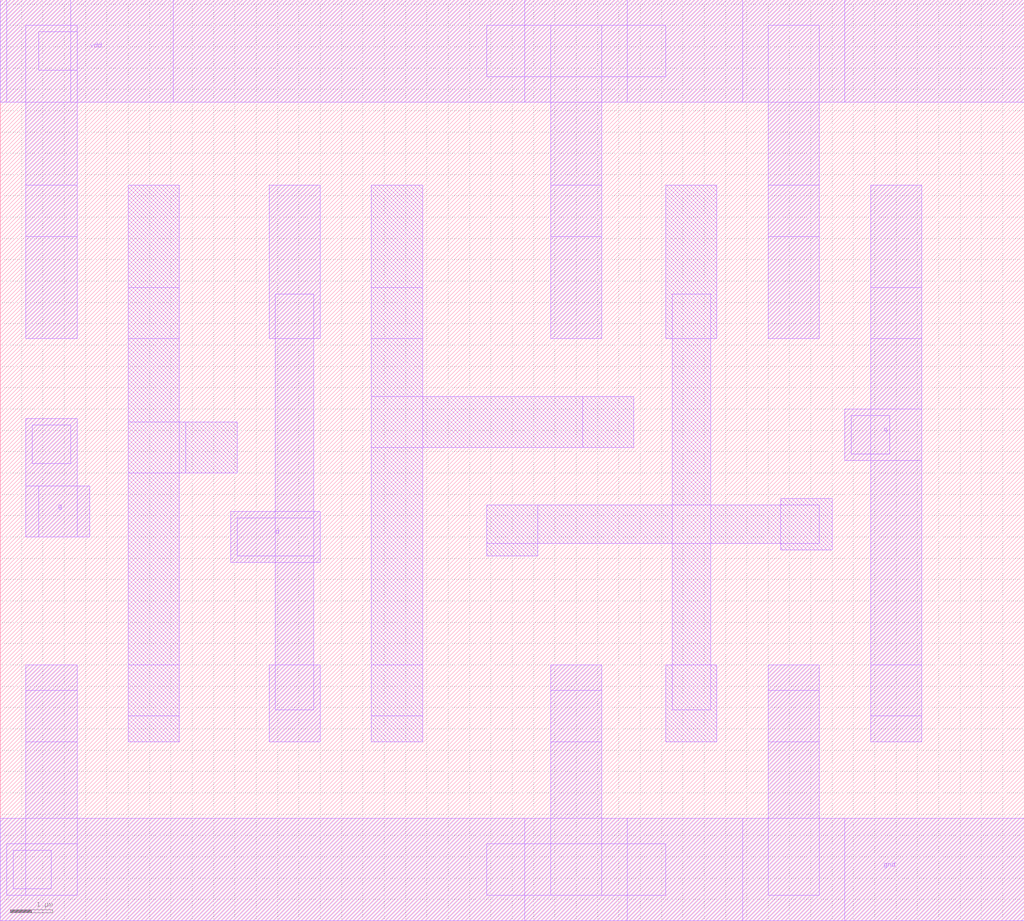
<source format=lef>
MACRO stdh_wellfill
  FOREIGN stdh_wellfill ;
  SIZE 2.4 BY 21.6 ;
  SITE stdh_wellfill ;
  SYMMETRY X Y ;

END stdh_wellfill

MACRO stdh_inv
  FOREIGN stdh_inv ;
  SIZE 4.8 BY 21.6 ;
  SITE stdh_inv ;
  SYMMETRY X Y ;
  PIN a
    DIRECTION INPUT ;
    PORT
    LAYER METAL1 ;
    RECT 0.75 12.45 1.65 13.35 ;
    LAYER METAL1 ;
    RECT 0.9 10.05 2.1 11.25 ;
    LAYER METAL1 ;
    RECT 0.6 10.05 1.8 13.5 ;
    RECT 0.6 10.05 2.1 11.25 ;
    END
  END a

  PIN gnd
    USE GROUND ;
    PORT
    LAYER METAL1 ;
    RECT 0.75 0.75 1.65 1.65 ;
    LAYER METAL1 ;
    RECT 0.6 3.6 1.8 5.4 ;
    LAYER METAL1 ;
    RECT 0.6 0.6 4.2 1.8 ;
    LAYER METAL1 ;
    RECT 0.6 0.6 1.8 5.1 ;
    RECT 0 0 2.4 2.4 ;
    LAYER METAL1 ;
    RECT 0 0 4.8 2.4 ;
    RECT 0 0 2.4 2.4 ;
    END
  END gnd

  PIN vdd
    USE POWER ;
    PORT
    LAYER METAL1 ;
    RECT 0.75 19.95 1.65 20.85 ;
    LAYER METAL1 ;
    RECT 0.6 14.7 1.8 18.3 ;
    LAYER METAL1 ;
    RECT 0.6 19.8 4.2 21 ;
    LAYER METAL1 ;
    RECT 0.6 19.95 1.65 20.85 ;
    RECT 0.6 19.8 1.8 21 ;
    RECT 0.6 15.9 1.8 21 ;
    LAYER METAL1 ;
    RECT 0 19.2 4.8 21.6 ;
    RECT 0 19.2 2.4 21.6 ;
    END
  END vdd

  PIN y
    DIRECTION OUTPUT ;
    PORT
    LAYER METAL1 ;
    RECT 3.15 12.75 4.05 13.65 ;
    LAYER METAL1 ;
    RECT 3 14.7 4.2 18.3 ;
    LAYER METAL1 ;
    RECT 3 3.6 4.2 5.4 ;
    LAYER METAL1 ;
    RECT 3.15 16.05 4.05 17.4 ;
    LAYER METAL1 ;
    RECT 3 3.9 4.2 13.8 ;
    RECT 3 12.6 4.2 17.55 ;
    END
  END y

  OBS
  END

END stdh_inv
MACRO stdh_latch
  FOREIGN stdh_latch ;
  SIZE 24.0 BY 21.6 ;
  SITE stdh_latch ;
  SYMMETRY X Y ;
  PIN d
    DIRECTION INPUT ;
    PORT
    LAYER METAL1 ;
    RECT 5.55 8.55 6.45 9.45 ;
    LAYER METAL1 ;
    RECT 6.3 4.2 7.5 6 ;
    LAYER METAL1 ;
    RECT 6.3 13.65 7.5 17.25 ;
    LAYER METAL1 ;
    RECT 6.45 8.55 7.35 14.7 ;
    RECT 6.45 4.95 7.35 9.45 ;
    RECT 5.4 8.4 7.5 9.6 ;
    END
  END d

  PIN g
    DIRECTION INPUT ;
    PORT
    LAYER METAL1 ;
    RECT 0.75 10.725 1.65 11.625 ;
    LAYER METAL1 ;
    RECT 0.9 9 2.1 10.2 ;
    LAYER METAL1 ;
    RECT 0.6 9 1.8 11.775 ;
    RECT 0.6 9 2.1 10.2 ;
    END
  END g

  PIN gnd
    USE GROUND ;
    PORT
    LAYER METAL1 ;
    RECT 0.3 0.75 1.2 1.65 ;
    LAYER METAL1 ;
    RECT 18 4.2 19.2 6 ;
    LAYER METAL1 ;
    RECT 12.9 4.2 14.1 6 ;
    LAYER METAL1 ;
    RECT 0.6 4.2 1.8 6 ;
    LAYER METAL1 ;
    RECT 11.4 0.6 15.6 1.8 ;
    LAYER METAL1 ;
    RECT 18 0.6 19.2 5.4 ;
    RECT 12.3 0 19.8 2.4 ;
    RECT 12.9 0.6 14.1 5.4 ;
    RECT 0 0 14.7 2.4 ;
    RECT 0.15 0.6 1.8 1.8 ;
    RECT 0.6 0.6 1.8 5.4 ;
    RECT 12.9 0.6 14.1 1.8 ;
    RECT 17.4 0 24 2.4 ;
    END
  END gnd

  PIN q
    DIRECTION OUTPUT ;
    PORT
    LAYER METAL1 ;
    RECT 19.95 10.95 20.85 11.85 ;
    LAYER METAL1 ;
    RECT 20.4 13.65 21.6 17.25 ;
    LAYER METAL1 ;
    RECT 20.4 4.2 21.6 6 ;
    LAYER METAL1 ;
    RECT 20.4 4.8 21.6 12 ;
    RECT 20.4 10.8 21.6 14.85 ;
    RECT 19.8 10.8 21.6 12 ;
    END
  END q

  PIN vdd
    USE POWER ;
    PORT
    LAYER METAL1 ;
    RECT 0.9 19.95 1.8 20.85 ;
    LAYER METAL1 ;
    RECT 18 13.65 19.2 17.25 ;
    LAYER METAL1 ;
    RECT 12.9 13.65 14.1 17.25 ;
    LAYER METAL1 ;
    RECT 0.6 13.65 1.8 17.25 ;
    LAYER METAL1 ;
    RECT 11.4 19.8 15.6 21 ;
    LAYER METAL1 ;
    RECT 0.6 16.05 1.8 21 ;
    RECT 1.65 19.2 14.7 21.6 ;
    RECT 12.9 16.05 14.1 21 ;
    RECT 12.3 19.2 19.8 21.6 ;
    RECT 18 16.05 19.2 21 ;
    RECT 12.9 19.8 14.1 21 ;
    RECT 17.4 19.2 24 21.6 ;
    RECT 0 19.2 4.05 21.6 ;
    RECT 0 19.2 4.05 21.6 ;
    RECT 1.65 19.2 14.7 21.6 ;
    RECT 0.15 19.2 4.05 21.6 ;
    END
  END vdd

  OBS
    LAYER METAL1 ;
    RECT 8.7 13.65 9.9 17.25 ;
    LAYER METAL1 ;
    RECT 8.7 4.2 9.9 6 ;
    LAYER METAL1 ;
    RECT 15.6 4.2 16.8 6 ;
    LAYER METAL1 ;
    RECT 15.6 13.65 16.8 17.25 ;
    LAYER METAL1 ;
    RECT 13.65 11.1 14.85 12.3 ;
    LAYER METAL1 ;
    RECT 3 13.65 4.2 17.25 ;
    LAYER METAL1 ;
    RECT 3 4.2 4.2 6 ;
    LAYER METAL1 ;
    RECT 11.4 8.55 12.6 9.75 ;
    LAYER METAL1 ;
    RECT 4.35 10.5 5.55 11.7 ;
    LAYER METAL1 ;
    RECT 18.3 8.7 19.5 9.9 ;
    LAYER METAL1 ;
    RECT 3 4.8 4.2 11.7 ;
    LAYER METAL1 ;
    RECT 8.7 11.1 9.9 14.85 ;
    RECT 8.7 11.1 14.85 12.3 ;
    LAYER METAL1 ;
    RECT 15.75 4.95 16.65 9.75 ;
    RECT 15.75 8.85 16.65 14.7 ;
    LAYER METAL1 ;
    RECT 11.4 8.85 16.65 9.75 ;
    RECT 3 10.5 4.2 14.85 ;
    RECT 3 10.5 5.55 11.7 ;
    LAYER METAL1 ;
    RECT 8.7 4.8 9.9 12.3 ;
    RECT 15.75 8.85 19.2 9.75 ;
  END

END stdh_latch
MACRO stdh_nand2
  FOREIGN stdh_nand2 ;
  SIZE 7.2 BY 21.6 ;
  SITE stdh_nand2 ;
  SYMMETRY X Y ;
  PIN a
    DIRECTION INPUT ;
    PORT
    LAYER METAL1 ;
    RECT 0.75 13.35 1.65 14.25 ;
    LAYER METAL1 ;
    RECT 0.9 11.55 2.1 12.75 ;
    LAYER METAL1 ;
    RECT 0.6 11.4 1.8 14.4 ;
    RECT 0.6 11.4 2.1 12.6 ;
    END
  END a

  PIN b
    DIRECTION INPUT ;
    PORT
    LAYER METAL1 ;
    RECT 5.55 13.35 6.45 14.25 ;
    LAYER METAL1 ;
    RECT 5.1 11.55 6.3 12.75 ;
    LAYER METAL1 ;
    RECT 5.4 11.55 6.6 14.4 ;
    RECT 5.1 11.55 6.6 12.75 ;
    END
  END b

  PIN gnd
    USE GROUND ;
    PORT
    LAYER METAL1 ;
    RECT 0.75 0.75 1.65 1.65 ;
    LAYER METAL1 ;
    RECT 0.6 3.3 1.8 5.7 ;
    LAYER METAL1 ;
    RECT 0.6 0.6 6.6 1.8 ;
    LAYER METAL1 ;
    RECT 0 0 2.4 2.4 ;
    RECT 0.6 0.6 1.8 4.5 ;
    RECT 0 0 7.2 2.4 ;
    RECT 0.6 0.6 4.05 1.8 ;
    END
  END gnd

  PIN vdd
    USE POWER ;
    PORT
    LAYER METAL1 ;
    RECT 0.75 19.95 1.65 20.85 ;
    LAYER METAL1 ;
    RECT 5.4 15.9 6.6 18.3 ;
    LAYER METAL1 ;
    RECT 0.6 15.9 1.8 18.3 ;
    LAYER METAL1 ;
    RECT 0.6 19.8 6.6 21 ;
    LAYER METAL1 ;
    RECT 0.6 16.8 1.8 21 ;
    RECT 0 19.2 2.4 21.6 ;
    RECT 0 19.2 7.2 21.6 ;
    RECT 4.8 19.2 7.2 21.6 ;
    RECT 5.4 17.1 6.6 21 ;
    RECT 0 19.2 4.65 21.6 ;
    END
  END vdd

  PIN y
    DIRECTION OUTPUT ;
    PORT
    LAYER METAL1 ;
    RECT 3.15 13.65 4.05 14.55 ;
    LAYER METAL1 ;
    RECT 4.5 3.3 5.7 5.7 ;
    LAYER METAL1 ;
    RECT 3 15.9 4.2 18.3 ;
    LAYER METAL1 ;
    RECT 4.5 3.6 5.7 8.7 ;
    RECT 3 7.5 5.7 8.7 ;
    RECT 3 17.1 4.05 18 ;
    RECT 4.65 7.65 5.7 8.55 ;
    RECT 3 7.5 4.2 14.7 ;
    RECT 3 7.5 4.2 18.15 ;
    RECT 3 13.5 4.2 18.15 ;
    END
  END y

  OBS
  END

END stdh_nand2
MACRO stdh_nand3
  FOREIGN stdh_nand3 ;
  SIZE 9.6 BY 21.6 ;
  SITE stdh_nand3 ;
  SYMMETRY X Y ;
  PIN a
    DIRECTION INPUT ;
    PORT
    LAYER METAL1 ;
    RECT 0.75 13.2 1.65 14.1 ;
    LAYER METAL1 ;
    RECT 0.9 10.65 2.1 11.85 ;
    LAYER METAL1 ;
    RECT 0.6 10.65 1.8 14.25 ;
    RECT 0.6 10.65 2.1 11.85 ;
    END
  END a

  PIN b
    DIRECTION INPUT ;
    PORT
    LAYER METAL1 ;
    RECT 5.55 12.45 6.45 13.35 ;
    LAYER METAL1 ;
    RECT 5.1 10.65 6.3 11.85 ;
    LAYER METAL1 ;
    RECT 5.4 10.65 6.6 13.5 ;
    RECT 5.1 10.65 6.6 11.85 ;
    END
  END b

  PIN c
    DIRECTION INPUT ;
    PORT
    LAYER METAL1 ;
    RECT 7.95 12.15 8.85 13.05 ;
    LAYER METAL1 ;
    RECT 7.5 10.65 8.7 11.85 ;
    LAYER METAL1 ;
    RECT 7.8 10.65 9 13.2 ;
    RECT 7.5 10.65 9 11.85 ;
    END
  END c

  PIN gnd
    USE GROUND ;
    PORT
    LAYER METAL1 ;
    RECT 0.75 0.75 1.65 1.65 ;
    LAYER METAL1 ;
    RECT 0.6 3.3 1.8 6 ;
    LAYER METAL1 ;
    RECT 2.7 0.6 6.9 1.8 ;
    LAYER METAL1 ;
    RECT 3.9 0 6.3 2.4 ;
    RECT 0 0 6.3 2.4 ;
    RECT 3.9 0 9.6 2.4 ;
    RECT 0.6 0.6 1.8 1.8 ;
    RECT 0.6 0.6 1.8 5.1 ;
    RECT 0 0 2.4 2.4 ;
    END
  END gnd

  PIN vdd
    USE POWER ;
    PORT
    LAYER METAL1 ;
    RECT 0.75 19.95 1.65 20.85 ;
    LAYER METAL1 ;
    RECT 0.6 16.5 1.8 18.3 ;
    LAYER METAL1 ;
    RECT 5.4 16.5 6.6 18.3 ;
    LAYER METAL1 ;
    RECT 2.7 19.8 6.9 21 ;
    LAYER METAL1 ;
    RECT 3.6 19.2 6 21.6 ;
    RECT 0 19.2 6 21.6 ;
    RECT 3.6 19.2 7.2 21.6 ;
    RECT 0.45 19.8 1.8 21 ;
    RECT 5.4 16.8 6.6 21 ;
    RECT 4.8 19.2 9.6 21.6 ;
    RECT 0 19.2 2.4 21.6 ;
    RECT 0.6 16.8 1.8 21 ;
    END
  END vdd

  PIN y
    DIRECTION OUTPUT ;
    PORT
    LAYER METAL1 ;
    RECT 3.15 10.5 4.05 11.4 ;
    LAYER METAL1 ;
    RECT 3 16.65 4.2 18.15 ;
    LAYER METAL1 ;
    RECT 6 3.3 7.2 6 ;
    LAYER METAL1 ;
    RECT 7.8 16.5 9 18.3 ;
    LAYER METAL1 ;
    RECT 3 17.25 4.05 18.15 ;
    LAYER METAL1 ;
    RECT 3 7.5 7.2 8.7 ;
    RECT 6 4.8 7.2 8.7 ;
    LAYER METAL1 ;
    RECT 7.95 14.7 8.85 17.85 ;
    RECT 3 14.55 4.2 18.3 ;
    RECT 3.15 14.7 8.85 15.6 ;
    RECT 3 10.35 4.2 15.75 ;
    RECT 3 7.5 4.2 11.55 ;
    END
  END y

  OBS
  END

END stdh_nand3
MACRO stdh_nor2
  FOREIGN stdh_nor2 ;
  SIZE 7.2 BY 21.6 ;
  SITE stdh_nor2 ;
  SYMMETRY X Y ;
  PIN a
    DIRECTION INPUT ;
    PORT
    LAYER METAL1 ;
    RECT 0.75 9.15 1.65 10.05 ;
    LAYER METAL1 ;
    RECT 0.9 7.65 2.1 8.85 ;
    LAYER METAL1 ;
    RECT 0.6 7.65 1.8 10.2 ;
    RECT 0.6 7.65 2.1 8.85 ;
    END
  END a

  PIN b
    DIRECTION INPUT ;
    PORT
    LAYER METAL1 ;
    RECT 5.55 9.15 6.45 10.05 ;
    LAYER METAL1 ;
    RECT 5.1 7.65 6.3 8.85 ;
    LAYER METAL1 ;
    RECT 5.4 7.65 6.6 10.2 ;
    RECT 5.1 7.65 6.6 8.85 ;
    END
  END b

  PIN gnd
    USE GROUND ;
    PORT
    LAYER METAL1 ;
    RECT 0.75 0.75 1.65 1.65 ;
    LAYER METAL1 ;
    RECT 0.6 3.3 1.8 5.1 ;
    LAYER METAL1 ;
    RECT 5.4 3.3 6.6 5.1 ;
    LAYER METAL1 ;
    RECT 1.8 0.6 6 1.8 ;
    LAYER METAL1 ;
    RECT 0 0 2.4 2.4 ;
    RECT 0.6 0.6 1.8 4.5 ;
    RECT 0 0 7.2 2.4 ;
    RECT 4.8 0 7.2 2.4 ;
    RECT 5.4 0.6 6.6 4.5 ;
    RECT 0 0 4.95 2.4 ;
    RECT 0 0 3.45 2.4 ;
    END
  END gnd

  PIN vdd
    USE POWER ;
    PORT
    LAYER METAL1 ;
    RECT 0.75 19.95 1.65 20.85 ;
    LAYER METAL1 ;
    RECT 0.6 14.7 1.8 18.3 ;
    LAYER METAL1 ;
    RECT 1.8 19.8 6 21 ;
    LAYER METAL1 ;
    RECT 0 19.2 4.95 21.6 ;
    RECT 0.6 15.9 1.8 21 ;
    RECT 0 19.2 2.4 21.6 ;
    RECT 0 19.2 7.2 21.6 ;
    END
  END vdd

  PIN y
    DIRECTION OUTPUT ;
    PORT
    LAYER METAL1 ;
    RECT 3.15 5.85 4.05 6.75 ;
    LAYER METAL1 ;
    RECT 4.5 14.7 5.7 18.3 ;
    LAYER METAL1 ;
    RECT 3 3.3 4.2 5.1 ;
    LAYER METAL1 ;
    RECT 4.5 12.3 5.7 15.9 ;
    LAYER METAL1 ;
    RECT 3 12.3 5.7 13.5 ;
    RECT 4.65 17.1 5.7 18 ;
    RECT 3 5.7 4.2 13.5 ;
    RECT 3 3.45 4.2 6.9 ;
    END
  END y

  OBS
  END

END stdh_nor2
MACRO stdh_nor3
  FOREIGN stdh_nor3 ;
  SIZE 9.6 BY 21.6 ;
  SITE stdh_nor3 ;
  SYMMETRY X Y ;
  PIN a
    DIRECTION INPUT ;
    PORT
    LAYER METAL1 ;
    RECT 0.75 9.15 1.65 10.05 ;
    LAYER METAL1 ;
    RECT 0.9 10.8 2.1 12 ;
    LAYER METAL1 ;
    RECT 0.6 9 1.8 12 ;
    RECT 0.6 10.8 2.1 12 ;
    END
  END a

  PIN b
    DIRECTION INPUT ;
    PORT
    LAYER METAL1 ;
    RECT 5.55 8.55 6.45 9.45 ;
    LAYER METAL1 ;
    RECT 5.1 9.6 6.3 10.8 ;
    LAYER METAL1 ;
    RECT 5.4 8.4 6.6 10.8 ;
    RECT 5.1 9.6 6.6 10.8 ;
    END
  END b

  PIN c
    DIRECTION INPUT ;
    PORT
    LAYER METAL1 ;
    RECT 7.95 8.55 8.85 9.45 ;
    LAYER METAL1 ;
    RECT 7.8 10.65 9 11.85 ;
    LAYER METAL1 ;
    RECT 7.8 8.4 9 11.85 ;
    END
  END c

  PIN gnd
    USE GROUND ;
    PORT
    LAYER METAL1 ;
    RECT 0.75 0.75 1.65 1.65 ;
    LAYER METAL1 ;
    RECT 5.4 3.6 6.6 5.4 ;
    LAYER METAL1 ;
    RECT 0.6 3.6 1.8 5.4 ;
    LAYER METAL1 ;
    RECT 0.6 0.6 9 1.8 ;
    LAYER METAL1 ;
    RECT 4.2 0 6.6 2.4 ;
    RECT 0 0 6.6 2.4 ;
    RECT 4.2 0 7.2 2.4 ;
    RECT 0.6 0.6 1.8 4.8 ;
    RECT 0 0 2.4 2.4 ;
    RECT 5.4 0.6 6.6 3.45 ;
    RECT 4.8 0 9.6 2.4 ;
    LAYER METAL1 ;
    RECT 7.8 0.6 9 1.8 ;
    RECT 5.4 2.25 6.6 4.8 ;
    RECT 5.4 0.6 6.6 3.45 ;
    RECT 5.4 2.25 6.6 4.8 ;
    RECT 0.6 0.6 1.8 1.8 ;
    END
  END gnd

  PIN vdd
    USE POWER ;
    PORT
    LAYER METAL1 ;
    RECT 0.75 19.95 1.65 20.85 ;
    LAYER METAL1 ;
    RECT 0.6 14.4 1.8 18 ;
    LAYER METAL1 ;
    RECT 0.6 19.8 9 21 ;
    LAYER METAL1 ;
    RECT 3.3 19.2 5.7 21.6 ;
    RECT 3.3 19.2 9.6 21.6 ;
    RECT 0 19.2 5.7 21.6 ;
    RECT 0 19.2 2.4 21.6 ;
    RECT 0.6 15.9 1.8 21 ;
    END
  END vdd

  PIN y
    DIRECTION OUTPUT ;
    PORT
    LAYER METAL1 ;
    RECT 3.15 7.95 4.05 8.85 ;
    LAYER METAL1 ;
    RECT 3 3.6 4.2 5.4 ;
    LAYER METAL1 ;
    RECT 6 14.4 7.2 18 ;
    LAYER METAL1 ;
    RECT 7.8 3.6 9 5.4 ;
    LAYER METAL1 ;
    RECT 6 12.9 7.2 16.05 ;
    RECT 7.8 3.9 9 7.5 ;
    RECT 3 3.6 4.2 7.5 ;
    RECT 3 6.3 9 7.5 ;
    RECT 3 12.9 7.2 14.1 ;
    RECT 3 7.8 4.2 14.1 ;
    RECT 3 6.3 4.2 9 ;
    END
  END y

  OBS
  END

END stdh_nor3
END LIBRARY

</source>
